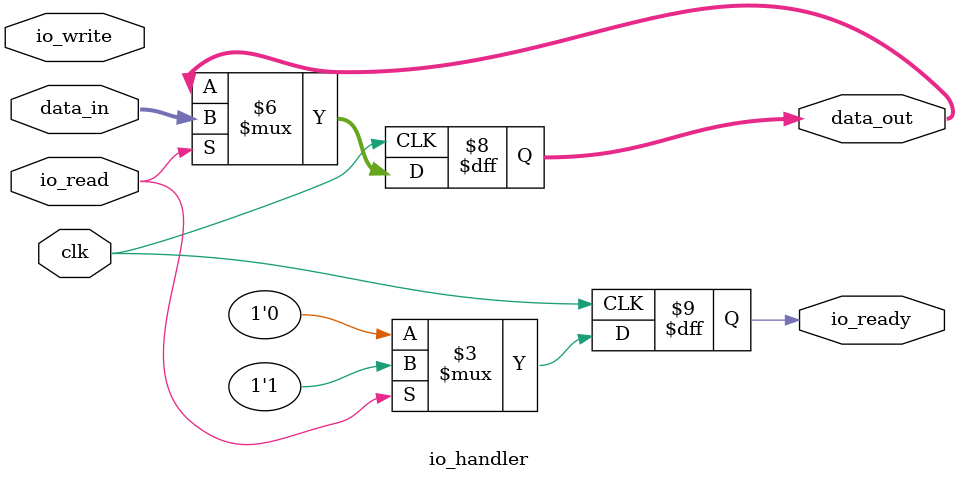
<source format=sv>
module io_handler (
    input logic clk,
    input logic [63:0] data_in,
    output logic [63:0] data_out,
    input logic io_read,
    input logic io_write,
    output logic io_ready // Indicates I/O operation is complete
);
    
    always_ff @(posedge clk) begin
        if (io_write) begin
            // Write data to an I/O device (implementation specific)
            io_ready <= 1'b1; // Indicate that the write is complete
        end
        
        if (io_read) begin
            data_out <= data_in; // Read data from an I/O device (implementation specific)
            io_ready <= 1'b1; // Indicate that the read is complete
        end else begin
            io_ready <= 1'b0; // Reset ready signal if no operation is ongoing
        end
    end

endmodule

</source>
